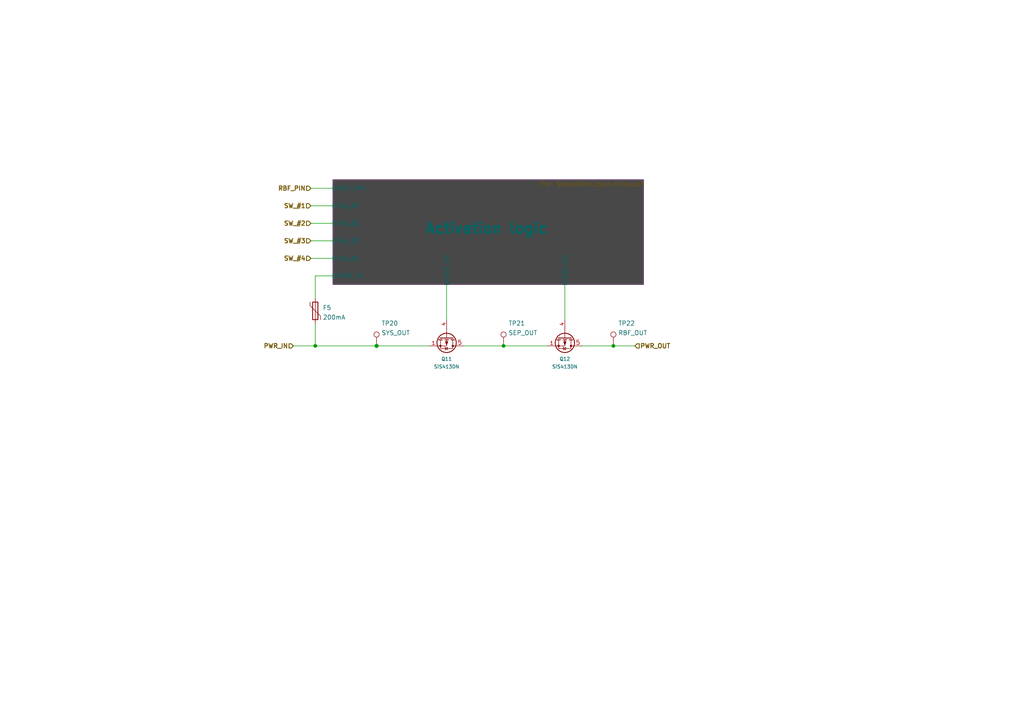
<source format=kicad_sch>
(kicad_sch (version 20210621) (generator eeschema)
  (paper "A4")
  (title_block (title "BUTCube - EPS") (date "2021-06-01") (rev "v1.0") (company "VUT - FIT(STRaDe) & FME(IAE & IPE)") (comment 1 "Author: Petr Malaník"))
  (lib_symbols
    (symbol "Connector:TestPoint" (pin_numbers hide) (pin_names (offset 0.762) hide)
      (property "Reference" "TP" (at 0 6.858 0))
      (property "Value" "TestPoint" (at 0 5.08 0))
      (symbol "TestPoint_0_1"
        (circle (center 0 3.302) (radius 0.762))
      )
      (symbol "TestPoint_1_1"
        (pin passive line (at 0 0 90) (length 2.54) (name "1") (number "1"))
      )
    )
    (symbol "Device:Polyfuse" (pin_numbers hide) (pin_names (offset 0))
      (property "Reference" "F" (at -2.54 0 90))
      (property "Value" "Polyfuse" (at 2.54 0 90))
      (symbol "Polyfuse_0_1"
        (rectangle (start -0.762 2.54) (end 0.762 -2.54) (stroke (width 0.254)))
        (polyline (pts (xy 0 2.54) (xy 0 -2.54)))
        (polyline (pts (xy -1.524 2.54) (xy -1.524 1.524) (xy 1.524 -1.524) (xy 1.524 -2.54)))
      )
      (symbol "Polyfuse_1_1"
        (pin passive line (at 0 3.81 270) (length 1.27) (name "~") (number "1"))
        (pin passive line (at 0 -3.81 90) (length 1.27) (name "~") (number "2"))
      )
    )
    (symbol "TCY_transistors:SiS413DN" (pin_names hide)
      (property "Reference" "Q" (at 8.89 2.54 0))
      (property "Value" "SiS413DN" (at 8.89 0 0))
      (symbol "SiS413DN_0_1"
        (circle (center -0.889 0) (radius 2.794) (stroke (width 0.254)))
        (circle (center 0 -1.778) (radius 0.254) (fill (type outline)))
        (circle (center 0 1.778) (radius 0.254) (fill (type outline)))
        (polyline (pts (xy -2.286 0) (xy -5.08 0)))
        (polyline (pts (xy -2.286 1.905) (xy -2.286 -1.905)) (stroke (width 0.254)))
        (polyline (pts (xy -1.778 -1.27) (xy -1.778 -2.286)) (stroke (width 0.254)))
        (polyline (pts (xy -1.778 0.508) (xy -1.778 -0.508)) (stroke (width 0.254)))
        (polyline (pts (xy -1.778 2.286) (xy -1.778 1.27)) (stroke (width 0.254)))
        (polyline (pts (xy 0 2.54) (xy 0 1.778)))
        (polyline (pts (xy 0 -2.54) (xy 0 0) (xy -1.778 0)))
        (polyline (pts (xy -1.778 1.778) (xy 0.762 1.778) (xy 0.762 -1.778) (xy -1.778 -1.778)))
        (polyline (pts (xy 0.254 -0.508) (xy 0.381 -0.381) (xy 1.143 -0.381) (xy 1.27 -0.254)))
        (polyline (pts (xy 0.762 -0.381) (xy 0.381 0.254) (xy 1.143 0.254) (xy 0.762 -0.381)))
        (polyline (pts (xy -0.254 0) (xy -1.27 0.381) (xy -1.27 -0.381) (xy -0.254 0)) (fill (type outline)))
      )
      (symbol "SiS413DN_1_1"
        (pin passive line (at 0 -5.08 90) (length 2.54) (name "S") (number "1"))
        (pin passive line (at 0 -5.08 90) (length 2.54) hide (name "S") (number "2"))
        (pin passive line (at 0 -5.08 90) (length 2.54) hide (name "S") (number "3"))
        (pin passive line (at -7.62 0 0) (length 2.54) (name "G") (number "4"))
        (pin passive line (at 0 5.08 270) (length 2.54) (name "D") (number "5"))
        (pin passive line (at 0 5.08 270) (length 2.54) hide (name "D") (number "6"))
        (pin passive line (at 0 5.08 270) (length 2.54) hide (name "D") (number "7"))
        (pin passive line (at 0 5.08 270) (length 2.54) hide (name "D") (number "8"))
        (pin passive line (at 0 5.08 270) (length 2.54) hide (name "D") (number "9"))
      )
    )
  )
  (junction (at 91.44 100.33) (diameter 0.9144))
  (junction (at 109.22 100.33) (diameter 1.016))
  (junction (at 146.05 100.33) (diameter 0.9144))
  (junction (at 177.9026 100.33) (diameter 0.9144))
  (wire (pts (xy 85.09 100.33) (xy 91.44 100.33)))
  (wire (pts (xy 90.17 54.61) (xy 96.52 54.61)))
  (wire (pts (xy 90.17 59.69) (xy 96.52 59.69)))
  (wire (pts (xy 90.17 64.77) (xy 96.52 64.77)))
  (wire (pts (xy 90.17 69.85) (xy 96.52 69.85)))
  (wire (pts (xy 90.17 74.93) (xy 96.52 74.93)))
  (wire (pts (xy 91.44 80.01) (xy 91.44 86.36)))
  (wire (pts (xy 91.44 93.98) (xy 91.44 100.33)))
  (wire (pts (xy 91.44 100.33) (xy 109.22 100.33)))
  (wire (pts (xy 96.52 80.01) (xy 91.44 80.01)))
  (wire (pts (xy 109.22 100.33) (xy 124.46 100.33)))
  (wire (pts (xy 129.54 82.55) (xy 129.54 92.71)))
  (wire (pts (xy 134.62 100.33) (xy 146.05 100.33)))
  (wire (pts (xy 146.05 100.33) (xy 158.75 100.33)))
  (wire (pts (xy 163.83 82.55) (xy 163.83 92.71)))
  (wire (pts (xy 168.91 100.33) (xy 177.9026 100.33)))
  (wire (pts (xy 177.9026 100.33) (xy 184.15 100.33)))
  (hierarchical_label "PWR_IN" (shape input) (at 85.09 100.33 180) (effects (font (thickness 0.254))))
  (hierarchical_label "RBF_PIN" (shape input) (at 90.17 54.61 180) (effects (font (thickness 0.254))))
  (hierarchical_label "SW_#1" (shape input) (at 90.17 59.69 180) (effects (font (thickness 0.254))))
  (hierarchical_label "SW_#2" (shape input) (at 90.17 64.77 180) (effects (font (thickness 0.254))))
  (hierarchical_label "SW_#3" (shape input) (at 90.17 69.85 180) (effects (font (thickness 0.254))))
  (hierarchical_label "SW_#4" (shape input) (at 90.17 74.93 180) (effects (font (thickness 0.254))))
  (hierarchical_label "PWR_OUT" (shape input) (at 184.15 100.33 0) (effects (font (thickness 0.254))))
  (symbol (lib_id "Connector:TestPoint") (at 109.22 100.33 0)
    (property "Reference" "TP20" (at 110.6171 93.77 0) (effects (justify left)))
    (property "Value" "SYS_OUT" (at 110.6171 96.5451 0) (effects (justify left)))
    (property "Footprint" "TCY_connectors:TestPoint_Pad_D0.5mm" (effects hide))
  )
  (symbol (lib_id "Connector:TestPoint") (at 146.05 100.33 0)
    (property "Reference" "TP21" (at 147.4471 93.77 0) (effects (justify left)))
    (property "Value" "SEP_OUT" (at 147.4471 96.5451 0) (effects (justify left)))
    (property "Footprint" "TCY_connectors:TestPoint_Pad_D0.5mm" (effects hide))
  )
  (symbol (lib_id "Connector:TestPoint") (at 177.9026 100.33 0)
    (property "Reference" "TP22" (at 179.2997 93.77 0) (effects (justify left)))
    (property "Value" "RBF_OUT" (at 179.2997 96.5451 0) (effects (justify left)))
    (property "Footprint" "TCY_connectors:TestPoint_Pad_D0.5mm" (effects hide))
  )
  (symbol (lib_id "Device:Polyfuse") (at 91.44 90.17 0)
    (property "Reference" "F5" (at 93.5991 89.2615 0) (effects (justify left)))
    (property "Value" "200mA" (at 93.5991 92.0366 0) (effects (justify left)))
  )
  (symbol (lib_id "TCY_transistors:SiS413DN") (at 129.54 100.33 270)
    (property "Reference" "Q11" (at 129.54 104.1166 90) (effects (font (size 1 1))))
    (property "Value" "SiS413DN" (at 129.54 106.3556 90) (effects (font (size 1 1))))
    (property "Footprint" "Package_SO:Vishay_PowerPAK_1212-8_Single" (effects hide))
    (property "Datasheet" "https://www.vishay.com/docs/63262/sis413dn.pdf" (effects hide))
  )
  (symbol (lib_id "TCY_transistors:SiS413DN") (at 163.83 100.33 270)
    (property "Reference" "Q12" (at 163.83 104.1166 90) (effects (font (size 1 1))))
    (property "Value" "SiS413DN" (at 163.83 106.3556 90) (effects (font (size 1 1))))
    (property "Footprint" "Package_SO:Vishay_PowerPAK_1212-8_Single" (effects hide))
    (property "Datasheet" "https://www.vishay.com/docs/63262/sis413dn.pdf" (effects hide))
  )
  (sheet (at 96.52 52.07) (size 90.17 30.48) (stroke (width 0.001) (color 132 0 132 1)) (fill (color 72 72 72 1.0000))
    (property "Sheet name" "Activation logic" (at 123.19 67.9441 0) (effects (font (size 3 3) bold) (justify left bottom)))
    (property "Sheet file" "Separation_logic.kicad_sch" (at 156.21 52.5789 0) (effects (justify left top)))
    (pin "SW_#1" input (at 96.52 59.69 180))
    (pin "SW_#2" input (at 96.52 64.77 180))
    (pin "SW_#3" input (at 96.52 69.85 180))
    (pin "SW_#4" input (at 96.52 74.93 180))
    (pin "SEP_EN" input (at 129.54 82.55 270))
    (pin "PWR_IN" input (at 96.52 80.01 180))
    (pin "RBF_PIN" input (at 96.52 54.61 180))
    (pin "RBF_EN" input (at 163.83 82.55 270))
  )
)
</source>
